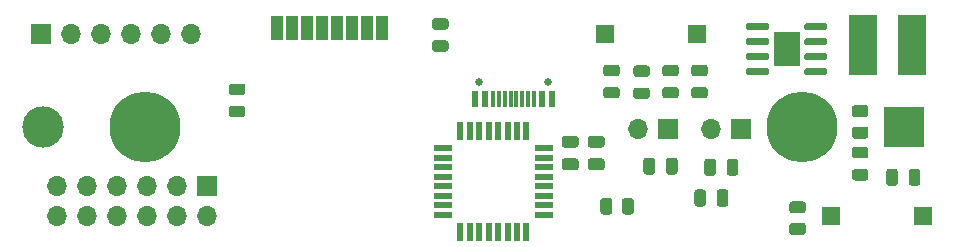
<source format=gbr>
%TF.GenerationSoftware,KiCad,Pcbnew,(5.1.9)-1*%
%TF.CreationDate,2021-03-26T17:47:29+08:00*%
%TF.ProjectId,final project,66696e61-6c20-4707-926f-6a6563742e6b,rev?*%
%TF.SameCoordinates,Original*%
%TF.FileFunction,Soldermask,Top*%
%TF.FilePolarity,Negative*%
%FSLAX46Y46*%
G04 Gerber Fmt 4.6, Leading zero omitted, Abs format (unit mm)*
G04 Created by KiCad (PCBNEW (5.1.9)-1) date 2021-03-26 17:47:29*
%MOMM*%
%LPD*%
G01*
G04 APERTURE LIST*
%ADD10R,1.000000X2.000000*%
%ADD11R,0.600000X1.450000*%
%ADD12R,0.300000X1.450000*%
%ADD13C,0.650000*%
%ADD14C,6.000000*%
%ADD15R,3.500000X3.500000*%
%ADD16C,3.500000*%
%ADD17O,1.700000X1.700000*%
%ADD18R,1.700000X1.700000*%
%ADD19R,2.290000X3.000000*%
%ADD20R,1.500000X1.500000*%
%ADD21R,0.550000X1.600000*%
%ADD22R,1.600000X0.550000*%
%ADD23R,2.350000X5.100000*%
G04 APERTURE END LIST*
D10*
%TO.C,U6*%
X119010000Y-51100000D03*
X120280000Y-51100000D03*
X121550000Y-51100000D03*
X122820000Y-51100000D03*
X124090000Y-51100000D03*
X125360000Y-51100000D03*
X126630000Y-51100000D03*
X127900000Y-51100000D03*
%TD*%
D11*
%TO.C,USB1*%
X135825000Y-57145000D03*
X142275000Y-57145000D03*
X136600000Y-57145000D03*
X141500000Y-57145000D03*
D12*
X140800000Y-57145000D03*
X137300000Y-57145000D03*
X140300000Y-57145000D03*
X137800000Y-57145000D03*
X139800000Y-57145000D03*
X138300000Y-57145000D03*
X138800000Y-57145000D03*
X139300000Y-57145000D03*
D13*
X136160000Y-55700000D03*
X141940000Y-55700000D03*
%TD*%
D14*
%TO.C,BT1*%
X107886000Y-59450000D03*
X163505000Y-59450000D03*
D15*
X172150000Y-59450000D03*
D16*
X99250000Y-59450000D03*
%TD*%
D17*
%TO.C,J1*%
X100425000Y-67015000D03*
X100425000Y-64475000D03*
X102965000Y-67015000D03*
X102965000Y-64475000D03*
X105505000Y-67015000D03*
X105505000Y-64475000D03*
X108045000Y-67015000D03*
X108045000Y-64475000D03*
X110585000Y-67015000D03*
X110585000Y-64475000D03*
X113125000Y-67015000D03*
D18*
X113125000Y-64475000D03*
%TD*%
D19*
%TO.C,U2*%
X162180000Y-52900000D03*
G36*
G01*
X163680000Y-51145000D02*
X163680000Y-50845000D01*
G75*
G02*
X163830000Y-50695000I150000J0D01*
G01*
X165480000Y-50695000D01*
G75*
G02*
X165630000Y-50845000I0J-150000D01*
G01*
X165630000Y-51145000D01*
G75*
G02*
X165480000Y-51295000I-150000J0D01*
G01*
X163830000Y-51295000D01*
G75*
G02*
X163680000Y-51145000I0J150000D01*
G01*
G37*
G36*
G01*
X163680000Y-52415000D02*
X163680000Y-52115000D01*
G75*
G02*
X163830000Y-51965000I150000J0D01*
G01*
X165480000Y-51965000D01*
G75*
G02*
X165630000Y-52115000I0J-150000D01*
G01*
X165630000Y-52415000D01*
G75*
G02*
X165480000Y-52565000I-150000J0D01*
G01*
X163830000Y-52565000D01*
G75*
G02*
X163680000Y-52415000I0J150000D01*
G01*
G37*
G36*
G01*
X163680000Y-53685000D02*
X163680000Y-53385000D01*
G75*
G02*
X163830000Y-53235000I150000J0D01*
G01*
X165480000Y-53235000D01*
G75*
G02*
X165630000Y-53385000I0J-150000D01*
G01*
X165630000Y-53685000D01*
G75*
G02*
X165480000Y-53835000I-150000J0D01*
G01*
X163830000Y-53835000D01*
G75*
G02*
X163680000Y-53685000I0J150000D01*
G01*
G37*
G36*
G01*
X163680000Y-54955000D02*
X163680000Y-54655000D01*
G75*
G02*
X163830000Y-54505000I150000J0D01*
G01*
X165480000Y-54505000D01*
G75*
G02*
X165630000Y-54655000I0J-150000D01*
G01*
X165630000Y-54955000D01*
G75*
G02*
X165480000Y-55105000I-150000J0D01*
G01*
X163830000Y-55105000D01*
G75*
G02*
X163680000Y-54955000I0J150000D01*
G01*
G37*
G36*
G01*
X158730000Y-54955000D02*
X158730000Y-54655000D01*
G75*
G02*
X158880000Y-54505000I150000J0D01*
G01*
X160530000Y-54505000D01*
G75*
G02*
X160680000Y-54655000I0J-150000D01*
G01*
X160680000Y-54955000D01*
G75*
G02*
X160530000Y-55105000I-150000J0D01*
G01*
X158880000Y-55105000D01*
G75*
G02*
X158730000Y-54955000I0J150000D01*
G01*
G37*
G36*
G01*
X158730000Y-53685000D02*
X158730000Y-53385000D01*
G75*
G02*
X158880000Y-53235000I150000J0D01*
G01*
X160530000Y-53235000D01*
G75*
G02*
X160680000Y-53385000I0J-150000D01*
G01*
X160680000Y-53685000D01*
G75*
G02*
X160530000Y-53835000I-150000J0D01*
G01*
X158880000Y-53835000D01*
G75*
G02*
X158730000Y-53685000I0J150000D01*
G01*
G37*
G36*
G01*
X158730000Y-52415000D02*
X158730000Y-52115000D01*
G75*
G02*
X158880000Y-51965000I150000J0D01*
G01*
X160530000Y-51965000D01*
G75*
G02*
X160680000Y-52115000I0J-150000D01*
G01*
X160680000Y-52415000D01*
G75*
G02*
X160530000Y-52565000I-150000J0D01*
G01*
X158880000Y-52565000D01*
G75*
G02*
X158730000Y-52415000I0J150000D01*
G01*
G37*
G36*
G01*
X158730000Y-51145000D02*
X158730000Y-50845000D01*
G75*
G02*
X158880000Y-50695000I150000J0D01*
G01*
X160530000Y-50695000D01*
G75*
G02*
X160680000Y-50845000I0J-150000D01*
G01*
X160680000Y-51145000D01*
G75*
G02*
X160530000Y-51295000I-150000J0D01*
G01*
X158880000Y-51295000D01*
G75*
G02*
X158730000Y-51145000I0J150000D01*
G01*
G37*
%TD*%
D20*
%TO.C,SW2*%
X154600000Y-51650000D03*
X146800000Y-51650000D03*
%TD*%
%TO.C,SW1*%
X173700000Y-67050000D03*
X165900000Y-67050000D03*
%TD*%
D21*
%TO.C,U5*%
X140150000Y-68350000D03*
X139350000Y-68350000D03*
X138550000Y-68350000D03*
X137750000Y-68350000D03*
X136950000Y-68350000D03*
X136150000Y-68350000D03*
X135350000Y-68350000D03*
X134550000Y-68350000D03*
D22*
X133100000Y-66900000D03*
X133100000Y-66100000D03*
X133100000Y-65300000D03*
X133100000Y-64500000D03*
X133100000Y-63700000D03*
X133100000Y-62900000D03*
X133100000Y-62100000D03*
X133100000Y-61300000D03*
D21*
X134550000Y-59850000D03*
X135350000Y-59850000D03*
X136150000Y-59850000D03*
X136950000Y-59850000D03*
X137750000Y-59850000D03*
X138550000Y-59850000D03*
X139350000Y-59850000D03*
X140150000Y-59850000D03*
D22*
X141600000Y-61300000D03*
X141600000Y-62100000D03*
X141600000Y-62900000D03*
X141600000Y-63700000D03*
X141600000Y-64500000D03*
X141600000Y-65300000D03*
X141600000Y-66100000D03*
X141600000Y-66900000D03*
%TD*%
%TO.C,R5*%
G36*
G01*
X168850001Y-58650000D02*
X167949999Y-58650000D01*
G75*
G02*
X167700000Y-58400001I0J249999D01*
G01*
X167700000Y-57874999D01*
G75*
G02*
X167949999Y-57625000I249999J0D01*
G01*
X168850001Y-57625000D01*
G75*
G02*
X169100000Y-57874999I0J-249999D01*
G01*
X169100000Y-58400001D01*
G75*
G02*
X168850001Y-58650000I-249999J0D01*
G01*
G37*
G36*
G01*
X168850001Y-60475000D02*
X167949999Y-60475000D01*
G75*
G02*
X167700000Y-60225001I0J249999D01*
G01*
X167700000Y-59699999D01*
G75*
G02*
X167949999Y-59450000I249999J0D01*
G01*
X168850001Y-59450000D01*
G75*
G02*
X169100000Y-59699999I0J-249999D01*
G01*
X169100000Y-60225001D01*
G75*
G02*
X168850001Y-60475000I-249999J0D01*
G01*
G37*
%TD*%
%TO.C,R4*%
G36*
G01*
X148225000Y-66650001D02*
X148225000Y-65749999D01*
G75*
G02*
X148474999Y-65500000I249999J0D01*
G01*
X149000001Y-65500000D01*
G75*
G02*
X149250000Y-65749999I0J-249999D01*
G01*
X149250000Y-66650001D01*
G75*
G02*
X149000001Y-66900000I-249999J0D01*
G01*
X148474999Y-66900000D01*
G75*
G02*
X148225000Y-66650001I0J249999D01*
G01*
G37*
G36*
G01*
X146400000Y-66650001D02*
X146400000Y-65749999D01*
G75*
G02*
X146649999Y-65500000I249999J0D01*
G01*
X147175001Y-65500000D01*
G75*
G02*
X147425000Y-65749999I0J-249999D01*
G01*
X147425000Y-66650001D01*
G75*
G02*
X147175001Y-66900000I-249999J0D01*
G01*
X146649999Y-66900000D01*
G75*
G02*
X146400000Y-66650001I0J249999D01*
G01*
G37*
%TD*%
%TO.C,R2*%
G36*
G01*
X163550001Y-66800000D02*
X162649999Y-66800000D01*
G75*
G02*
X162400000Y-66550001I0J249999D01*
G01*
X162400000Y-66024999D01*
G75*
G02*
X162649999Y-65775000I249999J0D01*
G01*
X163550001Y-65775000D01*
G75*
G02*
X163800000Y-66024999I0J-249999D01*
G01*
X163800000Y-66550001D01*
G75*
G02*
X163550001Y-66800000I-249999J0D01*
G01*
G37*
G36*
G01*
X163550001Y-68625000D02*
X162649999Y-68625000D01*
G75*
G02*
X162400000Y-68375001I0J249999D01*
G01*
X162400000Y-67849999D01*
G75*
G02*
X162649999Y-67600000I249999J0D01*
G01*
X163550001Y-67600000D01*
G75*
G02*
X163800000Y-67849999I0J-249999D01*
G01*
X163800000Y-68375001D01*
G75*
G02*
X163550001Y-68625000I-249999J0D01*
G01*
G37*
%TD*%
D17*
%TO.C,M2*%
X149610000Y-59650000D03*
D18*
X152150000Y-59650000D03*
%TD*%
D17*
%TO.C,M1*%
X155810000Y-59650000D03*
D18*
X158350000Y-59650000D03*
%TD*%
D23*
%TO.C,L1*%
X172775000Y-52550000D03*
X168625000Y-52550000D03*
%TD*%
D17*
%TO.C,J2*%
X111750000Y-51600000D03*
X109210000Y-51600000D03*
X106670000Y-51600000D03*
X104130000Y-51600000D03*
X101590000Y-51600000D03*
D18*
X99050000Y-51600000D03*
%TD*%
%TO.C,D7*%
G36*
G01*
X115198750Y-57690000D02*
X116111250Y-57690000D01*
G75*
G02*
X116355000Y-57933750I0J-243750D01*
G01*
X116355000Y-58421250D01*
G75*
G02*
X116111250Y-58665000I-243750J0D01*
G01*
X115198750Y-58665000D01*
G75*
G02*
X114955000Y-58421250I0J243750D01*
G01*
X114955000Y-57933750D01*
G75*
G02*
X115198750Y-57690000I243750J0D01*
G01*
G37*
G36*
G01*
X115198750Y-55815000D02*
X116111250Y-55815000D01*
G75*
G02*
X116355000Y-56058750I0J-243750D01*
G01*
X116355000Y-56546250D01*
G75*
G02*
X116111250Y-56790000I-243750J0D01*
G01*
X115198750Y-56790000D01*
G75*
G02*
X114955000Y-56546250I0J243750D01*
G01*
X114955000Y-56058750D01*
G75*
G02*
X115198750Y-55815000I243750J0D01*
G01*
G37*
%TD*%
%TO.C,D6*%
G36*
G01*
X168856250Y-62150000D02*
X167943750Y-62150000D01*
G75*
G02*
X167700000Y-61906250I0J243750D01*
G01*
X167700000Y-61418750D01*
G75*
G02*
X167943750Y-61175000I243750J0D01*
G01*
X168856250Y-61175000D01*
G75*
G02*
X169100000Y-61418750I0J-243750D01*
G01*
X169100000Y-61906250D01*
G75*
G02*
X168856250Y-62150000I-243750J0D01*
G01*
G37*
G36*
G01*
X168856250Y-64025000D02*
X167943750Y-64025000D01*
G75*
G02*
X167700000Y-63781250I0J243750D01*
G01*
X167700000Y-63293750D01*
G75*
G02*
X167943750Y-63050000I243750J0D01*
G01*
X168856250Y-63050000D01*
G75*
G02*
X169100000Y-63293750I0J-243750D01*
G01*
X169100000Y-63781250D01*
G75*
G02*
X168856250Y-64025000I-243750J0D01*
G01*
G37*
%TD*%
%TO.C,D5*%
G36*
G01*
X154343750Y-56100000D02*
X155256250Y-56100000D01*
G75*
G02*
X155500000Y-56343750I0J-243750D01*
G01*
X155500000Y-56831250D01*
G75*
G02*
X155256250Y-57075000I-243750J0D01*
G01*
X154343750Y-57075000D01*
G75*
G02*
X154100000Y-56831250I0J243750D01*
G01*
X154100000Y-56343750D01*
G75*
G02*
X154343750Y-56100000I243750J0D01*
G01*
G37*
G36*
G01*
X154343750Y-54225000D02*
X155256250Y-54225000D01*
G75*
G02*
X155500000Y-54468750I0J-243750D01*
G01*
X155500000Y-54956250D01*
G75*
G02*
X155256250Y-55200000I-243750J0D01*
G01*
X154343750Y-55200000D01*
G75*
G02*
X154100000Y-54956250I0J243750D01*
G01*
X154100000Y-54468750D01*
G75*
G02*
X154343750Y-54225000I243750J0D01*
G01*
G37*
%TD*%
%TO.C,D4*%
G36*
G01*
X152806250Y-55200000D02*
X151893750Y-55200000D01*
G75*
G02*
X151650000Y-54956250I0J243750D01*
G01*
X151650000Y-54468750D01*
G75*
G02*
X151893750Y-54225000I243750J0D01*
G01*
X152806250Y-54225000D01*
G75*
G02*
X153050000Y-54468750I0J-243750D01*
G01*
X153050000Y-54956250D01*
G75*
G02*
X152806250Y-55200000I-243750J0D01*
G01*
G37*
G36*
G01*
X152806250Y-57075000D02*
X151893750Y-57075000D01*
G75*
G02*
X151650000Y-56831250I0J243750D01*
G01*
X151650000Y-56343750D01*
G75*
G02*
X151893750Y-56100000I243750J0D01*
G01*
X152806250Y-56100000D01*
G75*
G02*
X153050000Y-56343750I0J-243750D01*
G01*
X153050000Y-56831250D01*
G75*
G02*
X152806250Y-57075000I-243750J0D01*
G01*
G37*
%TD*%
%TO.C,D3*%
G36*
G01*
X149443750Y-56150000D02*
X150356250Y-56150000D01*
G75*
G02*
X150600000Y-56393750I0J-243750D01*
G01*
X150600000Y-56881250D01*
G75*
G02*
X150356250Y-57125000I-243750J0D01*
G01*
X149443750Y-57125000D01*
G75*
G02*
X149200000Y-56881250I0J243750D01*
G01*
X149200000Y-56393750D01*
G75*
G02*
X149443750Y-56150000I243750J0D01*
G01*
G37*
G36*
G01*
X149443750Y-54275000D02*
X150356250Y-54275000D01*
G75*
G02*
X150600000Y-54518750I0J-243750D01*
G01*
X150600000Y-55006250D01*
G75*
G02*
X150356250Y-55250000I-243750J0D01*
G01*
X149443750Y-55250000D01*
G75*
G02*
X149200000Y-55006250I0J243750D01*
G01*
X149200000Y-54518750D01*
G75*
G02*
X149443750Y-54275000I243750J0D01*
G01*
G37*
%TD*%
%TO.C,D2*%
G36*
G01*
X147806250Y-55200000D02*
X146893750Y-55200000D01*
G75*
G02*
X146650000Y-54956250I0J243750D01*
G01*
X146650000Y-54468750D01*
G75*
G02*
X146893750Y-54225000I243750J0D01*
G01*
X147806250Y-54225000D01*
G75*
G02*
X148050000Y-54468750I0J-243750D01*
G01*
X148050000Y-54956250D01*
G75*
G02*
X147806250Y-55200000I-243750J0D01*
G01*
G37*
G36*
G01*
X147806250Y-57075000D02*
X146893750Y-57075000D01*
G75*
G02*
X146650000Y-56831250I0J243750D01*
G01*
X146650000Y-56343750D01*
G75*
G02*
X146893750Y-56100000I243750J0D01*
G01*
X147806250Y-56100000D01*
G75*
G02*
X148050000Y-56343750I0J-243750D01*
G01*
X148050000Y-56831250D01*
G75*
G02*
X147806250Y-57075000I-243750J0D01*
G01*
G37*
%TD*%
%TO.C,D1*%
G36*
G01*
X132393750Y-52150000D02*
X133306250Y-52150000D01*
G75*
G02*
X133550000Y-52393750I0J-243750D01*
G01*
X133550000Y-52881250D01*
G75*
G02*
X133306250Y-53125000I-243750J0D01*
G01*
X132393750Y-53125000D01*
G75*
G02*
X132150000Y-52881250I0J243750D01*
G01*
X132150000Y-52393750D01*
G75*
G02*
X132393750Y-52150000I243750J0D01*
G01*
G37*
G36*
G01*
X132393750Y-50275000D02*
X133306250Y-50275000D01*
G75*
G02*
X133550000Y-50518750I0J-243750D01*
G01*
X133550000Y-51006250D01*
G75*
G02*
X133306250Y-51250000I-243750J0D01*
G01*
X132393750Y-51250000D01*
G75*
G02*
X132150000Y-51006250I0J243750D01*
G01*
X132150000Y-50518750D01*
G75*
G02*
X132393750Y-50275000I243750J0D01*
G01*
G37*
%TD*%
%TO.C,C21*%
G36*
G01*
X146525000Y-61250000D02*
X145575000Y-61250000D01*
G75*
G02*
X145325000Y-61000000I0J250000D01*
G01*
X145325000Y-60500000D01*
G75*
G02*
X145575000Y-60250000I250000J0D01*
G01*
X146525000Y-60250000D01*
G75*
G02*
X146775000Y-60500000I0J-250000D01*
G01*
X146775000Y-61000000D01*
G75*
G02*
X146525000Y-61250000I-250000J0D01*
G01*
G37*
G36*
G01*
X146525000Y-63150000D02*
X145575000Y-63150000D01*
G75*
G02*
X145325000Y-62900000I0J250000D01*
G01*
X145325000Y-62400000D01*
G75*
G02*
X145575000Y-62150000I250000J0D01*
G01*
X146525000Y-62150000D01*
G75*
G02*
X146775000Y-62400000I0J-250000D01*
G01*
X146775000Y-62900000D01*
G75*
G02*
X146525000Y-63150000I-250000J0D01*
G01*
G37*
%TD*%
%TO.C,C20*%
G36*
G01*
X143375000Y-62150000D02*
X144325000Y-62150000D01*
G75*
G02*
X144575000Y-62400000I0J-250000D01*
G01*
X144575000Y-62900000D01*
G75*
G02*
X144325000Y-63150000I-250000J0D01*
G01*
X143375000Y-63150000D01*
G75*
G02*
X143125000Y-62900000I0J250000D01*
G01*
X143125000Y-62400000D01*
G75*
G02*
X143375000Y-62150000I250000J0D01*
G01*
G37*
G36*
G01*
X143375000Y-60250000D02*
X144325000Y-60250000D01*
G75*
G02*
X144575000Y-60500000I0J-250000D01*
G01*
X144575000Y-61000000D01*
G75*
G02*
X144325000Y-61250000I-250000J0D01*
G01*
X143375000Y-61250000D01*
G75*
G02*
X143125000Y-61000000I0J250000D01*
G01*
X143125000Y-60500000D01*
G75*
G02*
X143375000Y-60250000I250000J0D01*
G01*
G37*
%TD*%
%TO.C,C14*%
G36*
G01*
X151950000Y-63275000D02*
X151950000Y-62325000D01*
G75*
G02*
X152200000Y-62075000I250000J0D01*
G01*
X152700000Y-62075000D01*
G75*
G02*
X152950000Y-62325000I0J-250000D01*
G01*
X152950000Y-63275000D01*
G75*
G02*
X152700000Y-63525000I-250000J0D01*
G01*
X152200000Y-63525000D01*
G75*
G02*
X151950000Y-63275000I0J250000D01*
G01*
G37*
G36*
G01*
X150050000Y-63275000D02*
X150050000Y-62325000D01*
G75*
G02*
X150300000Y-62075000I250000J0D01*
G01*
X150800000Y-62075000D01*
G75*
G02*
X151050000Y-62325000I0J-250000D01*
G01*
X151050000Y-63275000D01*
G75*
G02*
X150800000Y-63525000I-250000J0D01*
G01*
X150300000Y-63525000D01*
G75*
G02*
X150050000Y-63275000I0J250000D01*
G01*
G37*
%TD*%
%TO.C,C13*%
G36*
G01*
X172500000Y-64225000D02*
X172500000Y-63275000D01*
G75*
G02*
X172750000Y-63025000I250000J0D01*
G01*
X173250000Y-63025000D01*
G75*
G02*
X173500000Y-63275000I0J-250000D01*
G01*
X173500000Y-64225000D01*
G75*
G02*
X173250000Y-64475000I-250000J0D01*
G01*
X172750000Y-64475000D01*
G75*
G02*
X172500000Y-64225000I0J250000D01*
G01*
G37*
G36*
G01*
X170600000Y-64225000D02*
X170600000Y-63275000D01*
G75*
G02*
X170850000Y-63025000I250000J0D01*
G01*
X171350000Y-63025000D01*
G75*
G02*
X171600000Y-63275000I0J-250000D01*
G01*
X171600000Y-64225000D01*
G75*
G02*
X171350000Y-64475000I-250000J0D01*
G01*
X170850000Y-64475000D01*
G75*
G02*
X170600000Y-64225000I0J250000D01*
G01*
G37*
%TD*%
%TO.C,C10*%
G36*
G01*
X157100000Y-63375000D02*
X157100000Y-62425000D01*
G75*
G02*
X157350000Y-62175000I250000J0D01*
G01*
X157850000Y-62175000D01*
G75*
G02*
X158100000Y-62425000I0J-250000D01*
G01*
X158100000Y-63375000D01*
G75*
G02*
X157850000Y-63625000I-250000J0D01*
G01*
X157350000Y-63625000D01*
G75*
G02*
X157100000Y-63375000I0J250000D01*
G01*
G37*
G36*
G01*
X155200000Y-63375000D02*
X155200000Y-62425000D01*
G75*
G02*
X155450000Y-62175000I250000J0D01*
G01*
X155950000Y-62175000D01*
G75*
G02*
X156200000Y-62425000I0J-250000D01*
G01*
X156200000Y-63375000D01*
G75*
G02*
X155950000Y-63625000I-250000J0D01*
G01*
X155450000Y-63625000D01*
G75*
G02*
X155200000Y-63375000I0J250000D01*
G01*
G37*
%TD*%
%TO.C,C8*%
G36*
G01*
X155350000Y-65025000D02*
X155350000Y-65975000D01*
G75*
G02*
X155100000Y-66225000I-250000J0D01*
G01*
X154600000Y-66225000D01*
G75*
G02*
X154350000Y-65975000I0J250000D01*
G01*
X154350000Y-65025000D01*
G75*
G02*
X154600000Y-64775000I250000J0D01*
G01*
X155100000Y-64775000D01*
G75*
G02*
X155350000Y-65025000I0J-250000D01*
G01*
G37*
G36*
G01*
X157250000Y-65025000D02*
X157250000Y-65975000D01*
G75*
G02*
X157000000Y-66225000I-250000J0D01*
G01*
X156500000Y-66225000D01*
G75*
G02*
X156250000Y-65975000I0J250000D01*
G01*
X156250000Y-65025000D01*
G75*
G02*
X156500000Y-64775000I250000J0D01*
G01*
X157000000Y-64775000D01*
G75*
G02*
X157250000Y-65025000I0J-250000D01*
G01*
G37*
%TD*%
M02*

</source>
